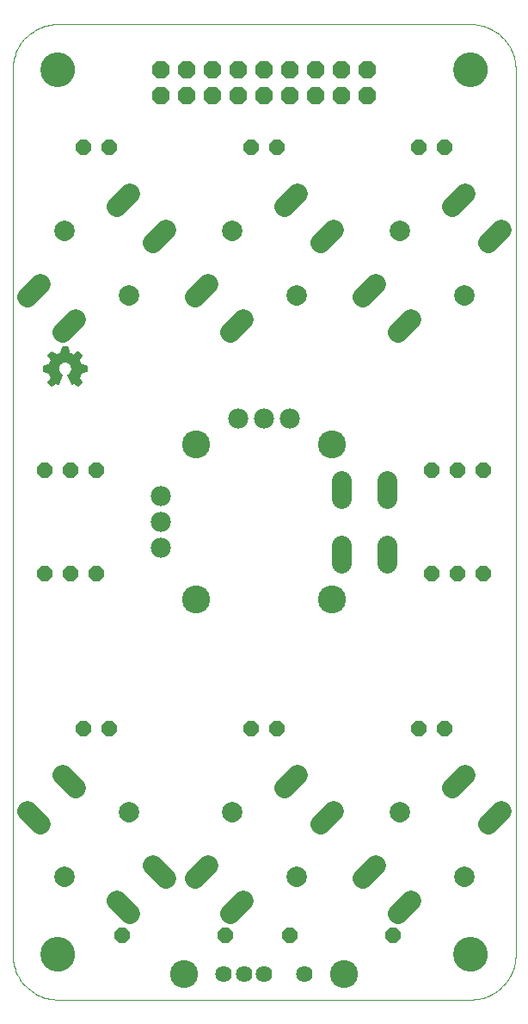
<source format=gbs>
G75*
G70*
%OFA0B0*%
%FSLAX24Y24*%
%IPPOS*%
%LPD*%
%AMOC8*
5,1,8,0,0,1.08239X$1,22.5*
%
%ADD10C,0.0000*%
%ADD11C,0.1080*%
%ADD12C,0.0780*%
%ADD13C,0.0780*%
%ADD14OC8,0.0600*%
%ADD15C,0.0785*%
%ADD16C,0.0790*%
%ADD17C,0.1340*%
%ADD18C,0.0640*%
%ADD19OC8,0.0680*%
%ADD20C,0.0060*%
D10*
X001004Y003635D02*
X001004Y037885D01*
X002124Y037885D02*
X002126Y037935D01*
X002132Y037985D01*
X002142Y038034D01*
X002156Y038082D01*
X002173Y038129D01*
X002194Y038174D01*
X002219Y038218D01*
X002247Y038259D01*
X002279Y038298D01*
X002313Y038335D01*
X002350Y038369D01*
X002390Y038399D01*
X002432Y038426D01*
X002476Y038450D01*
X002522Y038471D01*
X002569Y038487D01*
X002617Y038500D01*
X002667Y038509D01*
X002716Y038514D01*
X002767Y038515D01*
X002817Y038512D01*
X002866Y038505D01*
X002915Y038494D01*
X002963Y038479D01*
X003009Y038461D01*
X003054Y038439D01*
X003097Y038413D01*
X003138Y038384D01*
X003177Y038352D01*
X003213Y038317D01*
X003245Y038279D01*
X003275Y038239D01*
X003302Y038196D01*
X003325Y038152D01*
X003344Y038106D01*
X003360Y038058D01*
X003372Y038009D01*
X003380Y037960D01*
X003384Y037910D01*
X003384Y037860D01*
X003380Y037810D01*
X003372Y037761D01*
X003360Y037712D01*
X003344Y037664D01*
X003325Y037618D01*
X003302Y037574D01*
X003275Y037531D01*
X003245Y037491D01*
X003213Y037453D01*
X003177Y037418D01*
X003138Y037386D01*
X003097Y037357D01*
X003054Y037331D01*
X003009Y037309D01*
X002963Y037291D01*
X002915Y037276D01*
X002866Y037265D01*
X002817Y037258D01*
X002767Y037255D01*
X002716Y037256D01*
X002667Y037261D01*
X002617Y037270D01*
X002569Y037283D01*
X002522Y037299D01*
X002476Y037320D01*
X002432Y037344D01*
X002390Y037371D01*
X002350Y037401D01*
X002313Y037435D01*
X002279Y037472D01*
X002247Y037511D01*
X002219Y037552D01*
X002194Y037596D01*
X002173Y037641D01*
X002156Y037688D01*
X002142Y037736D01*
X002132Y037785D01*
X002126Y037835D01*
X002124Y037885D01*
X001004Y037885D02*
X001006Y037968D01*
X001012Y038051D01*
X001022Y038134D01*
X001036Y038216D01*
X001053Y038298D01*
X001075Y038378D01*
X001100Y038457D01*
X001129Y038535D01*
X001162Y038612D01*
X001199Y038687D01*
X001238Y038760D01*
X001282Y038831D01*
X001328Y038900D01*
X001378Y038967D01*
X001431Y039031D01*
X001487Y039093D01*
X001546Y039152D01*
X001608Y039208D01*
X001672Y039261D01*
X001739Y039311D01*
X001808Y039357D01*
X001879Y039401D01*
X001952Y039440D01*
X002027Y039477D01*
X002104Y039510D01*
X002182Y039539D01*
X002261Y039564D01*
X002341Y039586D01*
X002423Y039603D01*
X002505Y039617D01*
X002588Y039627D01*
X002671Y039633D01*
X002754Y039635D01*
X018754Y039635D01*
X018124Y037885D02*
X018126Y037935D01*
X018132Y037985D01*
X018142Y038034D01*
X018156Y038082D01*
X018173Y038129D01*
X018194Y038174D01*
X018219Y038218D01*
X018247Y038259D01*
X018279Y038298D01*
X018313Y038335D01*
X018350Y038369D01*
X018390Y038399D01*
X018432Y038426D01*
X018476Y038450D01*
X018522Y038471D01*
X018569Y038487D01*
X018617Y038500D01*
X018667Y038509D01*
X018716Y038514D01*
X018767Y038515D01*
X018817Y038512D01*
X018866Y038505D01*
X018915Y038494D01*
X018963Y038479D01*
X019009Y038461D01*
X019054Y038439D01*
X019097Y038413D01*
X019138Y038384D01*
X019177Y038352D01*
X019213Y038317D01*
X019245Y038279D01*
X019275Y038239D01*
X019302Y038196D01*
X019325Y038152D01*
X019344Y038106D01*
X019360Y038058D01*
X019372Y038009D01*
X019380Y037960D01*
X019384Y037910D01*
X019384Y037860D01*
X019380Y037810D01*
X019372Y037761D01*
X019360Y037712D01*
X019344Y037664D01*
X019325Y037618D01*
X019302Y037574D01*
X019275Y037531D01*
X019245Y037491D01*
X019213Y037453D01*
X019177Y037418D01*
X019138Y037386D01*
X019097Y037357D01*
X019054Y037331D01*
X019009Y037309D01*
X018963Y037291D01*
X018915Y037276D01*
X018866Y037265D01*
X018817Y037258D01*
X018767Y037255D01*
X018716Y037256D01*
X018667Y037261D01*
X018617Y037270D01*
X018569Y037283D01*
X018522Y037299D01*
X018476Y037320D01*
X018432Y037344D01*
X018390Y037371D01*
X018350Y037401D01*
X018313Y037435D01*
X018279Y037472D01*
X018247Y037511D01*
X018219Y037552D01*
X018194Y037596D01*
X018173Y037641D01*
X018156Y037688D01*
X018142Y037736D01*
X018132Y037785D01*
X018126Y037835D01*
X018124Y037885D01*
X018754Y039635D02*
X018837Y039633D01*
X018920Y039627D01*
X019003Y039617D01*
X019085Y039603D01*
X019167Y039586D01*
X019247Y039564D01*
X019326Y039539D01*
X019404Y039510D01*
X019481Y039477D01*
X019556Y039440D01*
X019629Y039401D01*
X019700Y039357D01*
X019769Y039311D01*
X019836Y039261D01*
X019900Y039208D01*
X019962Y039152D01*
X020021Y039093D01*
X020077Y039031D01*
X020130Y038967D01*
X020180Y038900D01*
X020226Y038831D01*
X020270Y038760D01*
X020309Y038687D01*
X020346Y038612D01*
X020379Y038535D01*
X020408Y038457D01*
X020433Y038378D01*
X020455Y038298D01*
X020472Y038216D01*
X020486Y038134D01*
X020496Y038051D01*
X020502Y037968D01*
X020504Y037885D01*
X020504Y003635D01*
X018124Y003635D02*
X018126Y003685D01*
X018132Y003735D01*
X018142Y003784D01*
X018156Y003832D01*
X018173Y003879D01*
X018194Y003924D01*
X018219Y003968D01*
X018247Y004009D01*
X018279Y004048D01*
X018313Y004085D01*
X018350Y004119D01*
X018390Y004149D01*
X018432Y004176D01*
X018476Y004200D01*
X018522Y004221D01*
X018569Y004237D01*
X018617Y004250D01*
X018667Y004259D01*
X018716Y004264D01*
X018767Y004265D01*
X018817Y004262D01*
X018866Y004255D01*
X018915Y004244D01*
X018963Y004229D01*
X019009Y004211D01*
X019054Y004189D01*
X019097Y004163D01*
X019138Y004134D01*
X019177Y004102D01*
X019213Y004067D01*
X019245Y004029D01*
X019275Y003989D01*
X019302Y003946D01*
X019325Y003902D01*
X019344Y003856D01*
X019360Y003808D01*
X019372Y003759D01*
X019380Y003710D01*
X019384Y003660D01*
X019384Y003610D01*
X019380Y003560D01*
X019372Y003511D01*
X019360Y003462D01*
X019344Y003414D01*
X019325Y003368D01*
X019302Y003324D01*
X019275Y003281D01*
X019245Y003241D01*
X019213Y003203D01*
X019177Y003168D01*
X019138Y003136D01*
X019097Y003107D01*
X019054Y003081D01*
X019009Y003059D01*
X018963Y003041D01*
X018915Y003026D01*
X018866Y003015D01*
X018817Y003008D01*
X018767Y003005D01*
X018716Y003006D01*
X018667Y003011D01*
X018617Y003020D01*
X018569Y003033D01*
X018522Y003049D01*
X018476Y003070D01*
X018432Y003094D01*
X018390Y003121D01*
X018350Y003151D01*
X018313Y003185D01*
X018279Y003222D01*
X018247Y003261D01*
X018219Y003302D01*
X018194Y003346D01*
X018173Y003391D01*
X018156Y003438D01*
X018142Y003486D01*
X018132Y003535D01*
X018126Y003585D01*
X018124Y003635D01*
X018754Y001885D02*
X018837Y001887D01*
X018920Y001893D01*
X019003Y001903D01*
X019085Y001917D01*
X019167Y001934D01*
X019247Y001956D01*
X019326Y001981D01*
X019404Y002010D01*
X019481Y002043D01*
X019556Y002080D01*
X019629Y002119D01*
X019700Y002163D01*
X019769Y002209D01*
X019836Y002259D01*
X019900Y002312D01*
X019962Y002368D01*
X020021Y002427D01*
X020077Y002489D01*
X020130Y002553D01*
X020180Y002620D01*
X020226Y002689D01*
X020270Y002760D01*
X020309Y002833D01*
X020346Y002908D01*
X020379Y002985D01*
X020408Y003063D01*
X020433Y003142D01*
X020455Y003222D01*
X020472Y003304D01*
X020486Y003386D01*
X020496Y003469D01*
X020502Y003552D01*
X020504Y003635D01*
X018754Y001885D02*
X002754Y001885D01*
X002124Y003635D02*
X002126Y003685D01*
X002132Y003735D01*
X002142Y003784D01*
X002156Y003832D01*
X002173Y003879D01*
X002194Y003924D01*
X002219Y003968D01*
X002247Y004009D01*
X002279Y004048D01*
X002313Y004085D01*
X002350Y004119D01*
X002390Y004149D01*
X002432Y004176D01*
X002476Y004200D01*
X002522Y004221D01*
X002569Y004237D01*
X002617Y004250D01*
X002667Y004259D01*
X002716Y004264D01*
X002767Y004265D01*
X002817Y004262D01*
X002866Y004255D01*
X002915Y004244D01*
X002963Y004229D01*
X003009Y004211D01*
X003054Y004189D01*
X003097Y004163D01*
X003138Y004134D01*
X003177Y004102D01*
X003213Y004067D01*
X003245Y004029D01*
X003275Y003989D01*
X003302Y003946D01*
X003325Y003902D01*
X003344Y003856D01*
X003360Y003808D01*
X003372Y003759D01*
X003380Y003710D01*
X003384Y003660D01*
X003384Y003610D01*
X003380Y003560D01*
X003372Y003511D01*
X003360Y003462D01*
X003344Y003414D01*
X003325Y003368D01*
X003302Y003324D01*
X003275Y003281D01*
X003245Y003241D01*
X003213Y003203D01*
X003177Y003168D01*
X003138Y003136D01*
X003097Y003107D01*
X003054Y003081D01*
X003009Y003059D01*
X002963Y003041D01*
X002915Y003026D01*
X002866Y003015D01*
X002817Y003008D01*
X002767Y003005D01*
X002716Y003006D01*
X002667Y003011D01*
X002617Y003020D01*
X002569Y003033D01*
X002522Y003049D01*
X002476Y003070D01*
X002432Y003094D01*
X002390Y003121D01*
X002350Y003151D01*
X002313Y003185D01*
X002279Y003222D01*
X002247Y003261D01*
X002219Y003302D01*
X002194Y003346D01*
X002173Y003391D01*
X002156Y003438D01*
X002142Y003486D01*
X002132Y003535D01*
X002126Y003585D01*
X002124Y003635D01*
X001004Y003635D02*
X001006Y003552D01*
X001012Y003469D01*
X001022Y003386D01*
X001036Y003304D01*
X001053Y003222D01*
X001075Y003142D01*
X001100Y003063D01*
X001129Y002985D01*
X001162Y002908D01*
X001199Y002833D01*
X001238Y002760D01*
X001282Y002689D01*
X001328Y002620D01*
X001378Y002553D01*
X001431Y002489D01*
X001487Y002427D01*
X001546Y002368D01*
X001608Y002312D01*
X001672Y002259D01*
X001739Y002209D01*
X001808Y002163D01*
X001879Y002119D01*
X001952Y002080D01*
X002027Y002043D01*
X002104Y002010D01*
X002182Y001981D01*
X002261Y001956D01*
X002341Y001934D01*
X002423Y001917D01*
X002505Y001903D01*
X002588Y001893D01*
X002671Y001887D01*
X002754Y001885D01*
X002647Y006633D02*
X002649Y006670D01*
X002655Y006707D01*
X002664Y006743D01*
X002678Y006777D01*
X002695Y006810D01*
X002715Y006842D01*
X002738Y006871D01*
X002764Y006897D01*
X002793Y006920D01*
X002824Y006940D01*
X002858Y006957D01*
X002892Y006971D01*
X002928Y006980D01*
X002965Y006986D01*
X003002Y006988D01*
X003039Y006986D01*
X003076Y006980D01*
X003112Y006971D01*
X003146Y006957D01*
X003179Y006940D01*
X003211Y006920D01*
X003240Y006897D01*
X003266Y006871D01*
X003289Y006842D01*
X003309Y006811D01*
X003326Y006777D01*
X003340Y006743D01*
X003349Y006707D01*
X003355Y006670D01*
X003357Y006633D01*
X003355Y006596D01*
X003349Y006559D01*
X003340Y006523D01*
X003326Y006489D01*
X003309Y006456D01*
X003289Y006424D01*
X003266Y006395D01*
X003240Y006369D01*
X003211Y006346D01*
X003180Y006326D01*
X003146Y006309D01*
X003112Y006295D01*
X003076Y006286D01*
X003039Y006280D01*
X003002Y006278D01*
X002965Y006280D01*
X002928Y006286D01*
X002892Y006295D01*
X002858Y006309D01*
X002825Y006326D01*
X002793Y006346D01*
X002764Y006369D01*
X002738Y006395D01*
X002715Y006424D01*
X002695Y006455D01*
X002678Y006489D01*
X002664Y006523D01*
X002655Y006559D01*
X002649Y006596D01*
X002647Y006633D01*
X005151Y009136D02*
X005153Y009173D01*
X005159Y009210D01*
X005168Y009246D01*
X005182Y009280D01*
X005199Y009313D01*
X005219Y009345D01*
X005242Y009374D01*
X005268Y009400D01*
X005297Y009423D01*
X005328Y009443D01*
X005362Y009460D01*
X005396Y009474D01*
X005432Y009483D01*
X005469Y009489D01*
X005506Y009491D01*
X005543Y009489D01*
X005580Y009483D01*
X005616Y009474D01*
X005650Y009460D01*
X005683Y009443D01*
X005715Y009423D01*
X005744Y009400D01*
X005770Y009374D01*
X005793Y009345D01*
X005813Y009314D01*
X005830Y009280D01*
X005844Y009246D01*
X005853Y009210D01*
X005859Y009173D01*
X005861Y009136D01*
X005859Y009099D01*
X005853Y009062D01*
X005844Y009026D01*
X005830Y008992D01*
X005813Y008959D01*
X005793Y008927D01*
X005770Y008898D01*
X005744Y008872D01*
X005715Y008849D01*
X005684Y008829D01*
X005650Y008812D01*
X005616Y008798D01*
X005580Y008789D01*
X005543Y008783D01*
X005506Y008781D01*
X005469Y008783D01*
X005432Y008789D01*
X005396Y008798D01*
X005362Y008812D01*
X005329Y008829D01*
X005297Y008849D01*
X005268Y008872D01*
X005242Y008898D01*
X005219Y008927D01*
X005199Y008958D01*
X005182Y008992D01*
X005168Y009026D01*
X005159Y009062D01*
X005153Y009099D01*
X005151Y009136D01*
X009147Y009136D02*
X009149Y009173D01*
X009155Y009210D01*
X009164Y009246D01*
X009178Y009280D01*
X009195Y009313D01*
X009215Y009345D01*
X009238Y009374D01*
X009264Y009400D01*
X009293Y009423D01*
X009324Y009443D01*
X009358Y009460D01*
X009392Y009474D01*
X009428Y009483D01*
X009465Y009489D01*
X009502Y009491D01*
X009539Y009489D01*
X009576Y009483D01*
X009612Y009474D01*
X009646Y009460D01*
X009679Y009443D01*
X009711Y009423D01*
X009740Y009400D01*
X009766Y009374D01*
X009789Y009345D01*
X009809Y009314D01*
X009826Y009280D01*
X009840Y009246D01*
X009849Y009210D01*
X009855Y009173D01*
X009857Y009136D01*
X009855Y009099D01*
X009849Y009062D01*
X009840Y009026D01*
X009826Y008992D01*
X009809Y008959D01*
X009789Y008927D01*
X009766Y008898D01*
X009740Y008872D01*
X009711Y008849D01*
X009680Y008829D01*
X009646Y008812D01*
X009612Y008798D01*
X009576Y008789D01*
X009539Y008783D01*
X009502Y008781D01*
X009465Y008783D01*
X009428Y008789D01*
X009392Y008798D01*
X009358Y008812D01*
X009325Y008829D01*
X009293Y008849D01*
X009264Y008872D01*
X009238Y008898D01*
X009215Y008927D01*
X009195Y008958D01*
X009178Y008992D01*
X009164Y009026D01*
X009155Y009062D01*
X009149Y009099D01*
X009147Y009136D01*
X011651Y006633D02*
X011653Y006670D01*
X011659Y006707D01*
X011668Y006743D01*
X011682Y006777D01*
X011699Y006810D01*
X011719Y006842D01*
X011742Y006871D01*
X011768Y006897D01*
X011797Y006920D01*
X011828Y006940D01*
X011862Y006957D01*
X011896Y006971D01*
X011932Y006980D01*
X011969Y006986D01*
X012006Y006988D01*
X012043Y006986D01*
X012080Y006980D01*
X012116Y006971D01*
X012150Y006957D01*
X012183Y006940D01*
X012215Y006920D01*
X012244Y006897D01*
X012270Y006871D01*
X012293Y006842D01*
X012313Y006811D01*
X012330Y006777D01*
X012344Y006743D01*
X012353Y006707D01*
X012359Y006670D01*
X012361Y006633D01*
X012359Y006596D01*
X012353Y006559D01*
X012344Y006523D01*
X012330Y006489D01*
X012313Y006456D01*
X012293Y006424D01*
X012270Y006395D01*
X012244Y006369D01*
X012215Y006346D01*
X012184Y006326D01*
X012150Y006309D01*
X012116Y006295D01*
X012080Y006286D01*
X012043Y006280D01*
X012006Y006278D01*
X011969Y006280D01*
X011932Y006286D01*
X011896Y006295D01*
X011862Y006309D01*
X011829Y006326D01*
X011797Y006346D01*
X011768Y006369D01*
X011742Y006395D01*
X011719Y006424D01*
X011699Y006455D01*
X011682Y006489D01*
X011668Y006523D01*
X011659Y006559D01*
X011653Y006596D01*
X011651Y006633D01*
X015647Y009136D02*
X015649Y009173D01*
X015655Y009210D01*
X015664Y009246D01*
X015678Y009280D01*
X015695Y009313D01*
X015715Y009345D01*
X015738Y009374D01*
X015764Y009400D01*
X015793Y009423D01*
X015824Y009443D01*
X015858Y009460D01*
X015892Y009474D01*
X015928Y009483D01*
X015965Y009489D01*
X016002Y009491D01*
X016039Y009489D01*
X016076Y009483D01*
X016112Y009474D01*
X016146Y009460D01*
X016179Y009443D01*
X016211Y009423D01*
X016240Y009400D01*
X016266Y009374D01*
X016289Y009345D01*
X016309Y009314D01*
X016326Y009280D01*
X016340Y009246D01*
X016349Y009210D01*
X016355Y009173D01*
X016357Y009136D01*
X016355Y009099D01*
X016349Y009062D01*
X016340Y009026D01*
X016326Y008992D01*
X016309Y008959D01*
X016289Y008927D01*
X016266Y008898D01*
X016240Y008872D01*
X016211Y008849D01*
X016180Y008829D01*
X016146Y008812D01*
X016112Y008798D01*
X016076Y008789D01*
X016039Y008783D01*
X016002Y008781D01*
X015965Y008783D01*
X015928Y008789D01*
X015892Y008798D01*
X015858Y008812D01*
X015825Y008829D01*
X015793Y008849D01*
X015764Y008872D01*
X015738Y008898D01*
X015715Y008927D01*
X015695Y008958D01*
X015678Y008992D01*
X015664Y009026D01*
X015655Y009062D01*
X015649Y009099D01*
X015647Y009136D01*
X018151Y006633D02*
X018153Y006670D01*
X018159Y006707D01*
X018168Y006743D01*
X018182Y006777D01*
X018199Y006810D01*
X018219Y006842D01*
X018242Y006871D01*
X018268Y006897D01*
X018297Y006920D01*
X018328Y006940D01*
X018362Y006957D01*
X018396Y006971D01*
X018432Y006980D01*
X018469Y006986D01*
X018506Y006988D01*
X018543Y006986D01*
X018580Y006980D01*
X018616Y006971D01*
X018650Y006957D01*
X018683Y006940D01*
X018715Y006920D01*
X018744Y006897D01*
X018770Y006871D01*
X018793Y006842D01*
X018813Y006811D01*
X018830Y006777D01*
X018844Y006743D01*
X018853Y006707D01*
X018859Y006670D01*
X018861Y006633D01*
X018859Y006596D01*
X018853Y006559D01*
X018844Y006523D01*
X018830Y006489D01*
X018813Y006456D01*
X018793Y006424D01*
X018770Y006395D01*
X018744Y006369D01*
X018715Y006346D01*
X018684Y006326D01*
X018650Y006309D01*
X018616Y006295D01*
X018580Y006286D01*
X018543Y006280D01*
X018506Y006278D01*
X018469Y006280D01*
X018432Y006286D01*
X018396Y006295D01*
X018362Y006309D01*
X018329Y006326D01*
X018297Y006346D01*
X018268Y006369D01*
X018242Y006395D01*
X018219Y006424D01*
X018199Y006455D01*
X018182Y006489D01*
X018168Y006523D01*
X018159Y006559D01*
X018153Y006596D01*
X018151Y006633D01*
X018151Y029133D02*
X018153Y029170D01*
X018159Y029207D01*
X018168Y029243D01*
X018182Y029277D01*
X018199Y029310D01*
X018219Y029342D01*
X018242Y029371D01*
X018268Y029397D01*
X018297Y029420D01*
X018328Y029440D01*
X018362Y029457D01*
X018396Y029471D01*
X018432Y029480D01*
X018469Y029486D01*
X018506Y029488D01*
X018543Y029486D01*
X018580Y029480D01*
X018616Y029471D01*
X018650Y029457D01*
X018683Y029440D01*
X018715Y029420D01*
X018744Y029397D01*
X018770Y029371D01*
X018793Y029342D01*
X018813Y029311D01*
X018830Y029277D01*
X018844Y029243D01*
X018853Y029207D01*
X018859Y029170D01*
X018861Y029133D01*
X018859Y029096D01*
X018853Y029059D01*
X018844Y029023D01*
X018830Y028989D01*
X018813Y028956D01*
X018793Y028924D01*
X018770Y028895D01*
X018744Y028869D01*
X018715Y028846D01*
X018684Y028826D01*
X018650Y028809D01*
X018616Y028795D01*
X018580Y028786D01*
X018543Y028780D01*
X018506Y028778D01*
X018469Y028780D01*
X018432Y028786D01*
X018396Y028795D01*
X018362Y028809D01*
X018329Y028826D01*
X018297Y028846D01*
X018268Y028869D01*
X018242Y028895D01*
X018219Y028924D01*
X018199Y028955D01*
X018182Y028989D01*
X018168Y029023D01*
X018159Y029059D01*
X018153Y029096D01*
X018151Y029133D01*
X015647Y031636D02*
X015649Y031673D01*
X015655Y031710D01*
X015664Y031746D01*
X015678Y031780D01*
X015695Y031813D01*
X015715Y031845D01*
X015738Y031874D01*
X015764Y031900D01*
X015793Y031923D01*
X015824Y031943D01*
X015858Y031960D01*
X015892Y031974D01*
X015928Y031983D01*
X015965Y031989D01*
X016002Y031991D01*
X016039Y031989D01*
X016076Y031983D01*
X016112Y031974D01*
X016146Y031960D01*
X016179Y031943D01*
X016211Y031923D01*
X016240Y031900D01*
X016266Y031874D01*
X016289Y031845D01*
X016309Y031814D01*
X016326Y031780D01*
X016340Y031746D01*
X016349Y031710D01*
X016355Y031673D01*
X016357Y031636D01*
X016355Y031599D01*
X016349Y031562D01*
X016340Y031526D01*
X016326Y031492D01*
X016309Y031459D01*
X016289Y031427D01*
X016266Y031398D01*
X016240Y031372D01*
X016211Y031349D01*
X016180Y031329D01*
X016146Y031312D01*
X016112Y031298D01*
X016076Y031289D01*
X016039Y031283D01*
X016002Y031281D01*
X015965Y031283D01*
X015928Y031289D01*
X015892Y031298D01*
X015858Y031312D01*
X015825Y031329D01*
X015793Y031349D01*
X015764Y031372D01*
X015738Y031398D01*
X015715Y031427D01*
X015695Y031458D01*
X015678Y031492D01*
X015664Y031526D01*
X015655Y031562D01*
X015649Y031599D01*
X015647Y031636D01*
X011651Y029133D02*
X011653Y029170D01*
X011659Y029207D01*
X011668Y029243D01*
X011682Y029277D01*
X011699Y029310D01*
X011719Y029342D01*
X011742Y029371D01*
X011768Y029397D01*
X011797Y029420D01*
X011828Y029440D01*
X011862Y029457D01*
X011896Y029471D01*
X011932Y029480D01*
X011969Y029486D01*
X012006Y029488D01*
X012043Y029486D01*
X012080Y029480D01*
X012116Y029471D01*
X012150Y029457D01*
X012183Y029440D01*
X012215Y029420D01*
X012244Y029397D01*
X012270Y029371D01*
X012293Y029342D01*
X012313Y029311D01*
X012330Y029277D01*
X012344Y029243D01*
X012353Y029207D01*
X012359Y029170D01*
X012361Y029133D01*
X012359Y029096D01*
X012353Y029059D01*
X012344Y029023D01*
X012330Y028989D01*
X012313Y028956D01*
X012293Y028924D01*
X012270Y028895D01*
X012244Y028869D01*
X012215Y028846D01*
X012184Y028826D01*
X012150Y028809D01*
X012116Y028795D01*
X012080Y028786D01*
X012043Y028780D01*
X012006Y028778D01*
X011969Y028780D01*
X011932Y028786D01*
X011896Y028795D01*
X011862Y028809D01*
X011829Y028826D01*
X011797Y028846D01*
X011768Y028869D01*
X011742Y028895D01*
X011719Y028924D01*
X011699Y028955D01*
X011682Y028989D01*
X011668Y029023D01*
X011659Y029059D01*
X011653Y029096D01*
X011651Y029133D01*
X009147Y031636D02*
X009149Y031673D01*
X009155Y031710D01*
X009164Y031746D01*
X009178Y031780D01*
X009195Y031813D01*
X009215Y031845D01*
X009238Y031874D01*
X009264Y031900D01*
X009293Y031923D01*
X009324Y031943D01*
X009358Y031960D01*
X009392Y031974D01*
X009428Y031983D01*
X009465Y031989D01*
X009502Y031991D01*
X009539Y031989D01*
X009576Y031983D01*
X009612Y031974D01*
X009646Y031960D01*
X009679Y031943D01*
X009711Y031923D01*
X009740Y031900D01*
X009766Y031874D01*
X009789Y031845D01*
X009809Y031814D01*
X009826Y031780D01*
X009840Y031746D01*
X009849Y031710D01*
X009855Y031673D01*
X009857Y031636D01*
X009855Y031599D01*
X009849Y031562D01*
X009840Y031526D01*
X009826Y031492D01*
X009809Y031459D01*
X009789Y031427D01*
X009766Y031398D01*
X009740Y031372D01*
X009711Y031349D01*
X009680Y031329D01*
X009646Y031312D01*
X009612Y031298D01*
X009576Y031289D01*
X009539Y031283D01*
X009502Y031281D01*
X009465Y031283D01*
X009428Y031289D01*
X009392Y031298D01*
X009358Y031312D01*
X009325Y031329D01*
X009293Y031349D01*
X009264Y031372D01*
X009238Y031398D01*
X009215Y031427D01*
X009195Y031458D01*
X009178Y031492D01*
X009164Y031526D01*
X009155Y031562D01*
X009149Y031599D01*
X009147Y031636D01*
X005151Y029133D02*
X005153Y029170D01*
X005159Y029207D01*
X005168Y029243D01*
X005182Y029277D01*
X005199Y029310D01*
X005219Y029342D01*
X005242Y029371D01*
X005268Y029397D01*
X005297Y029420D01*
X005328Y029440D01*
X005362Y029457D01*
X005396Y029471D01*
X005432Y029480D01*
X005469Y029486D01*
X005506Y029488D01*
X005543Y029486D01*
X005580Y029480D01*
X005616Y029471D01*
X005650Y029457D01*
X005683Y029440D01*
X005715Y029420D01*
X005744Y029397D01*
X005770Y029371D01*
X005793Y029342D01*
X005813Y029311D01*
X005830Y029277D01*
X005844Y029243D01*
X005853Y029207D01*
X005859Y029170D01*
X005861Y029133D01*
X005859Y029096D01*
X005853Y029059D01*
X005844Y029023D01*
X005830Y028989D01*
X005813Y028956D01*
X005793Y028924D01*
X005770Y028895D01*
X005744Y028869D01*
X005715Y028846D01*
X005684Y028826D01*
X005650Y028809D01*
X005616Y028795D01*
X005580Y028786D01*
X005543Y028780D01*
X005506Y028778D01*
X005469Y028780D01*
X005432Y028786D01*
X005396Y028795D01*
X005362Y028809D01*
X005329Y028826D01*
X005297Y028846D01*
X005268Y028869D01*
X005242Y028895D01*
X005219Y028924D01*
X005199Y028955D01*
X005182Y028989D01*
X005168Y029023D01*
X005159Y029059D01*
X005153Y029096D01*
X005151Y029133D01*
X002647Y031636D02*
X002649Y031673D01*
X002655Y031710D01*
X002664Y031746D01*
X002678Y031780D01*
X002695Y031813D01*
X002715Y031845D01*
X002738Y031874D01*
X002764Y031900D01*
X002793Y031923D01*
X002824Y031943D01*
X002858Y031960D01*
X002892Y031974D01*
X002928Y031983D01*
X002965Y031989D01*
X003002Y031991D01*
X003039Y031989D01*
X003076Y031983D01*
X003112Y031974D01*
X003146Y031960D01*
X003179Y031943D01*
X003211Y031923D01*
X003240Y031900D01*
X003266Y031874D01*
X003289Y031845D01*
X003309Y031814D01*
X003326Y031780D01*
X003340Y031746D01*
X003349Y031710D01*
X003355Y031673D01*
X003357Y031636D01*
X003355Y031599D01*
X003349Y031562D01*
X003340Y031526D01*
X003326Y031492D01*
X003309Y031459D01*
X003289Y031427D01*
X003266Y031398D01*
X003240Y031372D01*
X003211Y031349D01*
X003180Y031329D01*
X003146Y031312D01*
X003112Y031298D01*
X003076Y031289D01*
X003039Y031283D01*
X003002Y031281D01*
X002965Y031283D01*
X002928Y031289D01*
X002892Y031298D01*
X002858Y031312D01*
X002825Y031329D01*
X002793Y031349D01*
X002764Y031372D01*
X002738Y031398D01*
X002715Y031427D01*
X002695Y031458D01*
X002678Y031492D01*
X002664Y031526D01*
X002655Y031562D01*
X002649Y031599D01*
X002647Y031636D01*
D11*
X008129Y023385D03*
X008129Y017385D03*
X013379Y017385D03*
X013379Y023385D03*
X013845Y002885D03*
X007663Y002885D03*
D12*
X006754Y019385D03*
X006754Y020385D03*
X006754Y021385D03*
X009754Y024385D03*
X010754Y024385D03*
X011754Y024385D03*
D13*
X013754Y021985D02*
X013754Y021285D01*
X013754Y019485D02*
X013754Y018785D01*
X015526Y018785D02*
X015526Y019485D01*
X015526Y021285D02*
X015526Y021985D01*
D14*
X017254Y022385D03*
X018254Y022385D03*
X019254Y022385D03*
X019254Y018385D03*
X018254Y018385D03*
X017254Y018385D03*
X016754Y012385D03*
X017754Y012385D03*
X015754Y004385D03*
X011754Y004385D03*
X009254Y004385D03*
X005254Y004385D03*
X004754Y012385D03*
X003754Y012385D03*
X003254Y018385D03*
X004254Y018385D03*
X002254Y018385D03*
X002254Y022385D03*
X003254Y022385D03*
X004254Y022385D03*
X010254Y012385D03*
X011254Y012385D03*
X011254Y034885D03*
X010254Y034885D03*
X004754Y034885D03*
X003754Y034885D03*
X016754Y034885D03*
X017754Y034885D03*
D15*
X018550Y033066D02*
X018051Y032568D01*
X019437Y031182D02*
X019936Y031680D01*
X016457Y028201D02*
X015958Y027703D01*
X014572Y029089D02*
X015071Y029587D01*
X013436Y031680D02*
X012937Y031182D01*
X011551Y032568D02*
X012050Y033066D01*
X009957Y028201D02*
X009458Y027703D01*
X008072Y029089D02*
X008571Y029587D01*
X006936Y031680D02*
X006437Y031182D01*
X005051Y032568D02*
X005550Y033066D01*
X003457Y028201D02*
X002958Y027703D01*
X001572Y029089D02*
X002071Y029587D01*
X002958Y010566D02*
X003457Y010068D01*
X002071Y008682D02*
X001572Y009180D01*
X005051Y005701D02*
X005550Y005203D01*
X006936Y006589D02*
X006437Y007087D01*
X008072Y006589D02*
X008571Y007087D01*
X009957Y005701D02*
X009458Y005203D01*
X011551Y010068D02*
X012050Y010566D01*
X013436Y009180D02*
X012937Y008682D01*
X014572Y006589D02*
X015071Y007087D01*
X016457Y005701D02*
X015958Y005203D01*
X018051Y010068D02*
X018550Y010566D01*
X019936Y009180D02*
X019437Y008682D01*
D16*
X018506Y006633D03*
X016002Y009136D03*
X012006Y006633D03*
X009502Y009136D03*
X005506Y009136D03*
X003002Y006633D03*
X005506Y029133D03*
X003002Y031636D03*
X009502Y031636D03*
X012006Y029133D03*
X016002Y031636D03*
X018506Y029133D03*
D17*
X018754Y037885D03*
X002754Y037885D03*
X002754Y003635D03*
X018754Y003635D03*
D18*
X012329Y002885D03*
X010754Y002885D03*
X009967Y002885D03*
X009179Y002885D03*
D19*
X008754Y036885D03*
X008754Y037885D03*
X007754Y037885D03*
X007754Y036885D03*
X006754Y036885D03*
X006754Y037885D03*
X009754Y037885D03*
X009754Y036885D03*
X010754Y036885D03*
X010754Y037885D03*
X011754Y037885D03*
X011754Y036885D03*
X012754Y036885D03*
X012754Y037885D03*
X013754Y037885D03*
X013754Y036885D03*
X014754Y036885D03*
X014754Y037885D03*
D20*
X003879Y026395D02*
X003649Y026435D01*
X003617Y026414D02*
X003329Y026414D01*
X003329Y026435D02*
X003329Y026135D01*
X003179Y026035D01*
X003329Y025785D01*
X003379Y025785D01*
X003529Y025685D01*
X003629Y025785D01*
X003529Y025935D01*
X003629Y026185D01*
X003829Y026235D01*
X003829Y026385D01*
X003629Y026385D01*
X003529Y026635D01*
X003679Y026835D01*
X003529Y026935D01*
X003379Y026785D01*
X003179Y026885D01*
X003129Y027085D01*
X002979Y027085D01*
X002929Y026885D01*
X002729Y026785D01*
X002529Y026935D01*
X002429Y026835D01*
X002529Y026635D01*
X002429Y026385D01*
X002229Y026385D01*
X002229Y026235D01*
X002479Y026185D01*
X002529Y025935D01*
X002429Y025785D01*
X002529Y025685D01*
X002679Y025785D01*
X002779Y025735D01*
X002879Y026035D01*
X002729Y026235D01*
X002779Y026485D01*
X002979Y026585D01*
X003179Y026585D01*
X003329Y026435D01*
X003291Y026473D02*
X003594Y026473D01*
X003570Y026531D02*
X003232Y026531D01*
X003329Y026356D02*
X003829Y026356D01*
X003829Y026297D02*
X003329Y026297D01*
X003329Y026239D02*
X003829Y026239D01*
X003879Y026195D02*
X003659Y026155D01*
X003627Y026180D02*
X003329Y026180D01*
X003309Y026122D02*
X003604Y026122D01*
X003580Y026063D02*
X003222Y026063D01*
X003159Y026055D02*
X003309Y025715D01*
X003379Y025755D01*
X003559Y025635D01*
X003699Y025775D01*
X003579Y025955D01*
X003534Y025946D02*
X003232Y025946D01*
X003197Y026005D02*
X003557Y026005D01*
X003561Y025887D02*
X003267Y025887D01*
X003302Y025829D02*
X003600Y025829D01*
X003615Y025770D02*
X003401Y025770D01*
X003488Y025712D02*
X003556Y025712D01*
X003879Y026195D02*
X003879Y026395D01*
X003569Y026625D02*
X003699Y026815D01*
X003559Y026955D01*
X003369Y026825D01*
X003418Y026824D02*
X003671Y026824D01*
X003627Y026766D02*
X002464Y026766D01*
X002434Y026824D02*
X002676Y026824D01*
X002719Y026825D02*
X002519Y026955D01*
X002379Y026815D01*
X002519Y026625D01*
X002522Y026649D02*
X003539Y026649D01*
X003547Y026590D02*
X002511Y026590D01*
X002488Y026531D02*
X002872Y026531D01*
X002777Y026473D02*
X002464Y026473D01*
X002429Y026435D02*
X002209Y026395D01*
X002209Y026195D01*
X002429Y026155D01*
X002480Y026180D02*
X002770Y026180D01*
X002730Y026239D02*
X002229Y026239D01*
X002229Y026297D02*
X002741Y026297D01*
X002753Y026356D02*
X002229Y026356D01*
X002441Y026414D02*
X002765Y026414D01*
X002514Y026623D02*
X002492Y026588D01*
X002472Y026552D01*
X002454Y026514D01*
X002439Y026475D01*
X002427Y026435D01*
X002493Y026707D02*
X003583Y026707D01*
X003607Y026883D02*
X003477Y026883D01*
X003300Y026824D02*
X002808Y026824D01*
X002899Y026895D02*
X002949Y027135D01*
X003139Y027135D01*
X003189Y026895D01*
X003183Y026883D02*
X002925Y026883D01*
X002943Y026941D02*
X003165Y026941D01*
X003150Y027000D02*
X002958Y027000D01*
X002972Y027058D02*
X003136Y027058D01*
X002598Y026883D02*
X002477Y026883D01*
X002492Y026122D02*
X002814Y026122D01*
X002858Y026063D02*
X002503Y026063D01*
X002515Y026005D02*
X002869Y026005D01*
X002849Y025946D02*
X002527Y025946D01*
X002509Y025955D02*
X002379Y025775D01*
X002519Y025635D01*
X002699Y025755D01*
X002779Y025715D01*
X002919Y026055D01*
X002830Y025887D02*
X002498Y025887D01*
X002459Y025829D02*
X002810Y025829D01*
X002791Y025770D02*
X002708Y025770D01*
X002658Y025770D02*
X002443Y025770D01*
X002502Y025712D02*
X002570Y025712D01*
X002720Y026825D02*
X002763Y026848D01*
X002807Y026868D01*
X002853Y026884D01*
X002899Y026896D01*
X002919Y026055D02*
X002891Y026071D01*
X002864Y026090D01*
X002841Y026112D01*
X002820Y026137D01*
X002802Y026165D01*
X002787Y026194D01*
X002777Y026225D01*
X002769Y026256D01*
X002766Y026289D01*
X002767Y026321D01*
X002771Y026354D01*
X002780Y026385D01*
X002792Y026415D01*
X002807Y026444D01*
X002826Y026471D01*
X002848Y026495D01*
X002872Y026516D01*
X002899Y026535D01*
X002928Y026550D01*
X002959Y026561D01*
X002990Y026569D01*
X003023Y026573D01*
X003055Y026573D01*
X003088Y026569D01*
X003119Y026561D01*
X003150Y026550D01*
X003179Y026535D01*
X003206Y026516D01*
X003230Y026495D01*
X003252Y026471D01*
X003271Y026444D01*
X003286Y026415D01*
X003298Y026385D01*
X003307Y026354D01*
X003311Y026321D01*
X003312Y026289D01*
X003309Y026256D01*
X003301Y026225D01*
X003291Y026194D01*
X003276Y026165D01*
X003258Y026137D01*
X003237Y026112D01*
X003214Y026090D01*
X003187Y026071D01*
X003159Y026055D01*
X003367Y026821D02*
X003325Y026844D01*
X003282Y026863D01*
X003237Y026880D01*
X003191Y026892D01*
X003657Y026139D02*
X003642Y026092D01*
X003624Y026046D01*
X003602Y026002D01*
X003577Y025960D01*
X003651Y026437D02*
X003640Y026477D01*
X003626Y026516D01*
X003610Y026553D01*
X003591Y026590D01*
X003570Y026625D01*
X002430Y026156D02*
X002440Y026114D01*
X002453Y026073D01*
X002469Y026033D01*
X002488Y025994D01*
X002510Y025957D01*
M02*

</source>
